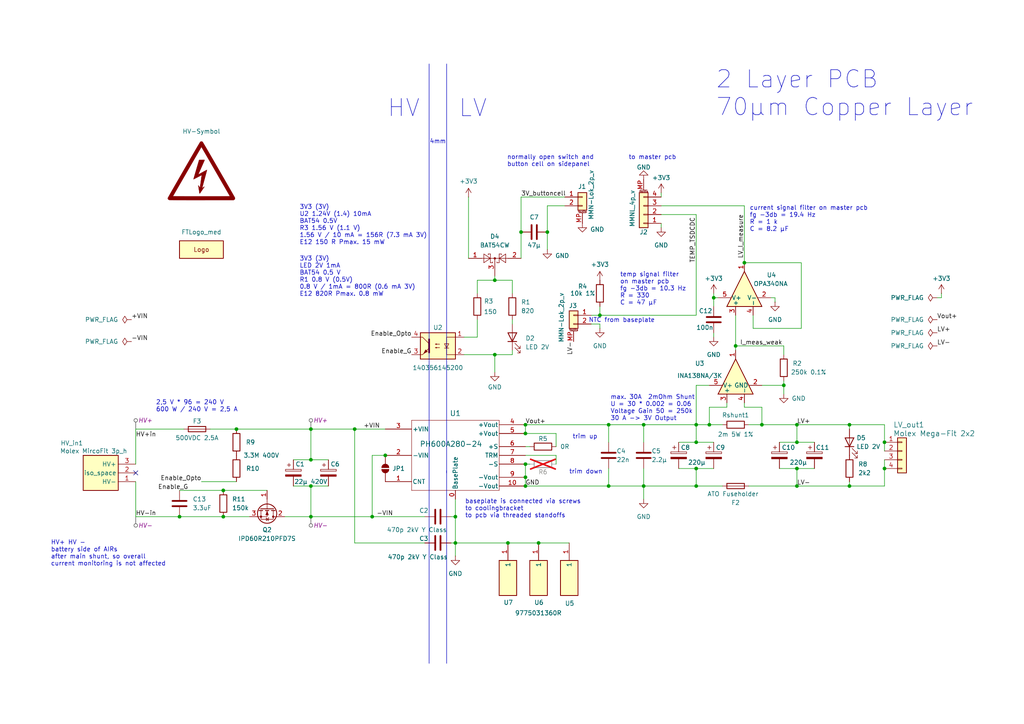
<source format=kicad_sch>
(kicad_sch (version 20250114) (generator "eeschema") (generator_version "9.0")
  (paper "A4")
  (title_block (title "TS-DCDC") (date "2024-12-12") (rev "0.5"))
  (lib_symbols
    (symbol "2024-11-18_21-41-11:PH600A280-24" (pin_names (offset 0.254))
      (property "Reference" "U1" (at 20.32 7.112 0))
      (property "Value" "PH600A280-24" (at 19.05 -1.778 0))
      (symbol "PH600A280-24_1_1"
        (pin power_in line (at 0 2.54 0) (length 7.62) (name "+VIN") (number "3"))
        (pin power_in line (at 0 -5.08 0) (length 7.62) (name "-VIN") (number "2"))
        (pin input line (at 0 -12.7 0) (length 7.62) (name "CNT") (number "1"))
        (pin passive line (at 20.32 -17.78 90) (length 2.54) (name "BasePlate") (number "0"))
        (pin power_out line (at 40.64 3.81 180) (length 7.62) (name "+Vout") (number "4"))
        (pin passive line (at 40.64 1.27 180) (length 7.62) (name "+Vout") (number "5"))
        (pin input line (at 40.64 -2.54 180) (length 7.62) (name "+S") (number "6"))
        (pin input line (at 40.64 -5.08 180) (length 7.62) (name "TRM") (number "7"))
        (pin input line (at 40.64 -7.62 180) (length 7.62) (name "-S") (number "8"))
        (pin passive line (at 40.64 -11.43 180) (length 7.62) (name "-Vout") (number "9"))
        (pin power_out line (at 40.64 -13.97 180) (length 7.62) (name "-Vout") (number "10"))
      )
    )
    (symbol "43650-0317:43650-0317"
      (property "Reference" "HV_in1" (at 18.542 -11.938 0))
      (property "Value" "Molex MircoFit 3p_h" (at 11.43 -9.398 0))
      (symbol "43650-0317_1_1"
        (pin power_out line (at 0 0 0) (length 5.08) (name "HV+") (number "3"))
        (pin passive line (at 0 -2.54 0) (length 5.08) (name "iso_space") (number "2"))
        (pin power_out line (at 0 -5.08 0) (length 5.08) (name "HV-") (number "1"))
      )
    )
    (symbol "9775031360R:9775031360R"
      (property "Reference" "U" (at 16.51 7.62 0))
      (property "Value" "9775031360R" (at 16.51 5.08 0))
      (symbol "9775031360R_1_1"
        (pin passive line (at 0 0 0) (length 5.08) (name "1") (number "1"))
      )
    )
    (symbol "Amplifier_Current:INA138" (pin_names (offset 0.127))
      (property "Reference" "U" (at 3.81 5.08 0))
      (property "Value" "INA138" (at 3.81 2.54 0))
      (symbol "INA138_1_1"
        (pin input line (at -7.62 2.54 0) (length 2.54) (name "+") (number "3"))
        (pin input line (at -7.62 -2.54 0) (length 2.54) (name "-") (number "4"))
        (pin power_in line (at -2.54 7.62 270) (length 3.81) (name "V+") (number "5"))
        (pin power_in line (at -2.54 -7.62 90) (length 3.81) (name "GND") (number "2"))
        (pin output line (at 7.62 0 180) (length 2.54) (name "~") (number "1"))
      )
    )
    (symbol "Amplifier_Operational:OPA340NA" (pin_names (offset 0.127))
      (property "Reference" "U" (at -1.27 6.35 0))
      (property "Value" "OPA340NA" (at -1.27 3.81 0))
      (symbol "OPA340NA_0_1"
        (pin power_in line (at -2.54 7.62 270) (length 3.81) (name "V+") (number "5"))
        (pin power_in line (at -2.54 -7.62 90) (length 3.81) (name "V-") (number "2"))
      )
      (symbol "OPA340NA_1_1"
        (pin input line (at -7.62 2.54 0) (length 2.54) (name "+") (number "3"))
        (pin input line (at -7.62 -2.54 0) (length 2.54) (name "-") (number "4"))
        (pin output line (at 7.62 0 180) (length 2.54) (name "~") (number "1"))
      )
    )
    (symbol "Conn_01x04_1" (pin_names (offset 1.016) (hide yes))
      (property "Reference" "LV_out1" (at -2.54 7.62 0))
      (property "Value" "Molex Mega-Fit 2x2" (at -2.54 5.08 0))
      (symbol "Conn_01x04_1_1_1"
        (pin power_in line (at -5.08 2.54 0) (length 3.81) (name "Pin_1") (number "1"))
        (pin power_in line (at -5.08 0 0) (length 3.81) (name "Pin_2") (number "2"))
        (pin power_in line (at -5.08 -2.54 0) (length 3.81) (name "Pin_3") (number "3"))
        (pin power_in line (at -5.08 -5.08 0) (length 3.81) (name "Pin_4") (number "4"))
      )
    )
    (symbol "Connector_Generic_MountingPin:Conn_01x02_MountingPin" (pin_names (offset 1.016) (hide yes))
      (property "Reference" "J" (at 0 2.54 0))
      (property "Value" "Conn_01x02_MountingPin" (at 1.27 -5.08 0))
      (symbol "Conn_01x02_MountingPin_1_1"
        (text "Mounting" (at 0 -4.191 0) (effects (font (size 0.381 0.381))))
        (pin passive line (at -5.08 0 0) (length 3.81) (name "Pin_1") (number "1"))
        (pin passive line (at -5.08 -2.54 0) (length 3.81) (name "Pin_2") (number "2"))
        (pin passive line (at 0 -7.62 90) (length 3.048) (name "MountPin") (number "MP"))
      )
    )
    (symbol "Connector_Generic_MountingPin:Conn_01x04_MountingPin" (pin_names (offset 1.016) (hide yes))
      (property "Reference" "J" (at 0 5.08 0))
      (property "Value" "Conn_01x04_MountingPin" (at 1.27 -7.62 0))
      (symbol "Conn_01x04_MountingPin_1_1"
        (text "Mounting" (at 0 -6.731 0) (effects (font (size 0.381 0.381))))
        (pin passive line (at -5.08 2.54 0) (length 3.81) (name "Pin_1") (number "1"))
        (pin passive line (at -5.08 0 0) (length 3.81) (name "Pin_2") (number "2"))
        (pin passive line (at -5.08 -2.54 0) (length 3.81) (name "Pin_3") (number "3"))
        (pin passive line (at -5.08 -5.08 0) (length 3.81) (name "Pin_4") (number "4"))
        (pin passive line (at 0 -10.16 90) (length 3.048) (name "MountPin") (number "MP"))
      )
    )
    (symbol "Device:C" (pin_numbers (hide yes)) (pin_names (offset 0.254))
      (property "Reference" "C" (at 0.635 2.54 0))
      (property "Value" "C" (at 0.635 -2.54 0))
      (symbol "C_1_1"
        (pin passive line (at 0 3.81 270) (length 2.794) (name "~") (number "1"))
        (pin passive line (at 0 -3.81 90) (length 2.794) (name "~") (number "2"))
      )
    )
    (symbol "Device:C_Polarized" (pin_numbers (hide yes)) (pin_names (offset 0.254))
      (property "Reference" "C" (at 0.635 2.54 0))
      (property "Value" "C_Polarized" (at 0.635 -2.54 0))
      (symbol "C_Polarized_1_1"
        (pin passive line (at 0 3.81 270) (length 2.794) (name "~") (number "1"))
        (pin passive line (at 0 -3.81 90) (length 2.794) (name "~") (number "2"))
      )
    )
    (symbol "Device:Fuse" (pin_numbers (hide yes)) (pin_names (offset 0))
      (property "Reference" "F" (at 2.032 0 90))
      (property "Value" "Fuse" (at -1.905 0 90))
      (symbol "Fuse_1_1"
        (pin passive line (at 0 3.81 270) (length 1.27) (name "~") (number "1"))
        (pin passive line (at 0 -3.81 90) (length 1.27) (name "~") (number "2"))
      )
    )
    (symbol "Device:LED" (pin_numbers (hide yes)) (pin_names (offset 1.016) (hide yes))
      (property "Reference" "D" (at 0 2.54 0))
      (property "Value" "LED" (at 0 -2.54 0))
      (symbol "LED_1_1"
        (pin passive line (at -3.81 0 0) (length 2.54) (name "K") (number "1"))
        (pin passive line (at 3.81 0 180) (length 2.54) (name "A") (number "2"))
      )
    )
    (symbol "Device:R" (pin_numbers (hide yes)) (pin_names (offset 0))
      (property "Reference" "R" (at 2.032 0 90))
      (property "Value" "R" (at 0 0 90))
      (symbol "R_1_1"
        (pin passive line (at 0 3.81 270) (length 1.27) (name "~") (number "1"))
        (pin passive line (at 0 -3.81 90) (length 1.27) (name "~") (number "2"))
      )
    )
    (symbol "Diode:BAT54CW" (pin_names (offset 1.016))
      (property "Reference" "D" (at 0.635 -3.81 0))
      (property "Value" "BAT54CW" (at -6.35 3.175 0))
      (symbol "BAT54CW_1_1"
        (pin passive line (at -7.62 0 0) (length 3.81) (name "~") (number "1"))
        (pin passive line (at 0 -5.08 90) (length 5.08) (name "~") (number "3"))
        (pin passive line (at 7.62 0 180) (length 3.81) (name "~") (number "2"))
      )
    )
    (symbol "FaSTTUBe_logos:FTLogo_med"
      (property "Value" "FTLogo_med" (at 0 -3.81 0))
      (symbol "FTLogo_med_0_0"
        (text "Logo" (at 0 0 0) (effects (font (size 1.27 1.27))))
      )
    )
    (symbol "FaSTTUBe_logos:HV-Symbol" (pin_names (offset 1.016))
      (property "Value" "HV-Symbol" (at 0 -10.16 0))
    )
    (symbol "Fuse_1" (pin_numbers (hide yes)) (pin_names (offset 0))
      (property "Reference" "F2" (at 4.826 0 90))
      (property "Value" "ATO Fuseholder" (at 2.286 0.762 90))
      (symbol "Fuse_1_1_1"
        (pin passive line (at 0 3.81 270) (length 1.27) (name "~") (number "1"))
        (pin passive line (at 0 -3.81 90) (length 1.27) (name "~") (number "2"))
      )
    )
    (symbol "Jumper:SolderJumper_2_Open" (pin_numbers (hide yes)) (pin_names (offset 0) (hide yes)) (exclude_from_sim yes) (in_bom no)
      (property "Reference" "JP" (at 0 2.032 0))
      (property "Value" "SolderJumper_2_Open" (at 0 -2.54 0))
      (symbol "SolderJumper_2_Open_1_1"
        (pin passive line (at -3.81 0 0) (length 2.54) (name "A") (number "1"))
        (pin passive line (at 3.81 0 180) (length 2.54) (name "B") (number "2"))
      )
    )
    (symbol "Relay_SolidState:34.81-7048"
      (property "Reference" "U2" (at 0 5.334 0))
      (property "Value" "140356145200" (at 0 -6.35 0))
      (symbol "34.81-7048_1_1"
        (pin passive line (at -7.62 2.54 0) (length 2.54) (name "") (number "1"))
        (pin passive line (at -7.62 -2.54 0) (length 2.54) (name "~") (number "2"))
        (pin passive line (at 7.62 2.54 180) (length 2.54) (name "~") (number "4"))
        (pin passive line (at 7.62 -2.54 180) (length 2.54) (name "~") (number "3"))
      )
    )
    (symbol "Transistor_FET:IPD50R380CE" (pin_names (hide yes))
      (property "Reference" "Q" (at 5.08 1.905 0))
      (property "Value" "IPD50R380CE" (at 5.08 0 0))
      (symbol "IPD50R380CE_1_1"
        (pin input line (at -5.08 0 0) (length 2.54) (name "G") (number "1"))
        (pin passive line (at 2.54 5.08 270) (length 2.54) (name "D") (number "2"))
        (pin passive line (at 2.54 -5.08 90) (length 2.54) (name "S") (number "3"))
      )
    )
    (symbol "power:+3V3" (power) (pin_numbers (hide yes)) (pin_names (offset 0) (hide yes))
      (property "Value" "+3V3" (at 0 3.556 0))
      (symbol "+3V3_1_1"
        (pin power_in line (at 0 0 90) (length 0) (name "~") (number "1"))
      )
    )
    (symbol "power:GND" (power) (pin_numbers (hide yes)) (pin_names (offset 0) (hide yes))
      (property "Value" "GND" (at 0 -3.81 0))
      (symbol "GND_1_1"
        (pin power_in line (at 0 0 270) (length 0) (name "~") (number "1"))
      )
    )
    (symbol "power:PWR_FLAG" (power) (pin_numbers (hide yes)) (pin_names (offset 0) (hide yes))
      (property "Value" "PWR_FLAG" (at 0 3.81 0))
      (symbol "PWR_FLAG_0_0"
        (pin power_out line (at 0 0 90) (length 0) (name "~") (number "1"))
      )
    )
  )
  (text "trim down" (at 169.926 136.906 0) (effects (font (size 1.27 1.27))))
  (text "3V3 (3V)\nU2 1.24V (1.4) 10mA\nBAT54 0.5V\nR3 1.56 V (1.1 V)\n1.56 V / 10 mA = 156R (7.3 mA 3V)\nE12 150 R Pmax. 15 mW\n" (at 86.868 65.278 0) (effects (font (size 1.27 1.27)) (justify left)))
  (text "max. 30A  2mOhm Shunt \nU = 30 * 0.002 = 0.06\nVoltage Gain 50 = 250k\n30 A -> 3V Output\n" (at 177.038 118.364 0) (effects (font (size 1.27 1.27)) (justify left)))
  (text "trim up" (at 169.672 126.746 0) (effects (font (size 1.27 1.27))))
  (text "2,5 V * 96 = 240 V\n600 W / 240 V = 2,5 A\n" (at 45.212 117.856 0) (effects (font (size 1.27 1.27)) (justify left)))
  (text "current signal filter on master pcb\nfg -3db = 19.4 Hz\nR = 1 k\nC = 8.2 µF\n" (at 217.424 63.5 0) (effects (font (size 1.27 1.27)) (justify left)))
  (text "LV" (at 137.16 31.496 0) (effects (font (size 5 5))))
  (text "4mm" (at 127 41.148 0) (effects (font (size 1.27 1.27))))
  (text "normally open switch and\nbutton cell on sidepanel\n " (at 147.066 44.958 0) (effects (font (size 1.27 1.27)) (justify left top)))
  (text "NTC from baseplate" (at 180.34 92.964 0) (effects (font (size 1.27 1.27))))
  (text "HV" (at 117.094 31.496 0) (effects (font (size 5 5))))
  (text "3V3 (3V)\nLED 2V 1mA\nBAT54 0.5 V \nR1 0.8 V (0.5V)\n0.8 V / 1mA = 800R (0.6 mA 3V)\nE12 820R Pmax. 0.8 mW" (at 86.868 80.264 0) (effects (font (size 1.27 1.27)) (justify left)))
  (text "HV+ HV -\nbattery side of AIRs\nafter main shunt, so overall \ncurrent monitoring is not affected" (at 14.732 160.528 0) (effects (font (size 1.27 1.27)) (justify left)))
  (text "to master pcb" (at 189.23 45.72 0) (effects (font (size 1.27 1.27))))
  (text "baseplate is connected via screws \nto coolingbracket\nto pcb via threaded standoffs\n" (at 134.874 147.574 0) (effects (font (size 1.27 1.27)) (justify left)))
  (text "temp signal filter \non master pcb\nfg -3db = 10.3 Hz\nR = 330\nC = 47 µF" (at 179.832 83.82 0) (effects (font (size 1.27 1.27)) (justify left)))
  (text "2 Layer PCB \n70µm Copper Layer\n" (at 207.518 27.178 0) (effects (font (size 5 5)) (justify left)))
  (junction (at 152.4 134.62))
  (junction (at 186.69 123.19))
  (junction (at 207.01 86.36))
  (junction (at 102.87 124.46))
  (junction (at 68.58 124.46))
  (junction (at 64.77 149.86))
  (junction (at 143.51 81.28))
  (junction (at 201.93 128.27))
  (junction (at 107.95 149.86))
  (junction (at 213.36 100.33))
  (junction (at 231.14 123.19))
  (junction (at 176.53 123.19))
  (junction (at 151.13 67.31))
  (junction (at 152.4 138.43))
  (junction (at 147.32 157.48))
  (junction (at 201.93 135.89))
  (junction (at 152.4 123.19))
  (junction (at 246.38 123.19))
  (junction (at 132.08 157.48))
  (junction (at 152.4 140.97))
  (junction (at 205.74 123.19))
  (junction (at 201.93 123.19))
  (junction (at 176.53 140.97))
  (junction (at 231.14 128.27))
  (junction (at 231.14 135.89))
  (junction (at 173.99 91.44))
  (junction (at 158.75 67.31))
  (junction (at 156.21 157.48))
  (junction (at 90.17 149.86))
  (junction (at 152.4 125.73))
  (junction (at 201.93 140.97))
  (junction (at 220.98 123.19))
  (junction (at 90.17 124.46))
  (junction (at 132.08 149.86))
  (junction (at 256.54 128.27))
  (junction (at 111.76 132.08))
  (junction (at 52.07 149.86))
  (junction (at 64.77 142.24))
  (junction (at 186.69 140.97))
  (junction (at 90.17 140.97))
  (junction (at 215.9 76.2))
  (junction (at 246.38 140.97))
  (junction (at 256.54 135.89))
  (junction (at 227.33 111.76))
  (junction (at 143.51 102.87))
  (junction (at 231.14 140.97))
  (junction (at 90.17 133.35))
  (no_connect (at 39.37 137.16))
  (wire (pts (xy 231.14 135.89) (xy 231.14 140.97)))
  (wire (pts (xy 132.08 144.78) (xy 132.08 149.86)))
  (wire (pts (xy 231.14 128.27) (xy 236.22 128.27)))
  (wire (pts (xy 39.37 139.7) (xy 39.37 149.86)))
  (wire (pts (xy 176.53 123.19) (xy 176.53 128.27)))
  (wire (pts (xy 176.53 135.89) (xy 176.53 140.97)))
  (wire (pts (xy 158.75 59.69) (xy 158.75 67.31)))
  (wire (pts (xy 148.59 102.87) (xy 148.59 101.6)))
  (wire (pts (xy 201.93 123.19) (xy 205.74 123.19)))
  (wire (pts (xy 107.95 132.08) (xy 107.95 149.86)))
  (wire (pts (xy 152.4 134.62) (xy 153.67 134.62)))
  (wire (pts (xy 226.06 128.27) (xy 231.14 128.27)))
  (wire (pts (xy 52.07 142.24) (xy 64.77 142.24)))
  (wire (pts (xy 107.95 132.08) (xy 111.76 132.08)))
  (wire (pts (xy 201.93 111.76) (xy 205.74 111.76)))
  (wire (pts (xy 143.51 81.28) (xy 143.51 80.01)))
  (wire (pts (xy 273.05 86.36) (xy 271.78 86.36)))
  (wire (pts (xy 151.13 57.15) (xy 163.83 57.15)))
  (wire (pts (xy 132.08 149.86) (xy 130.81 149.86)))
  (wire (pts (xy 201.93 62.23) (xy 201.93 91.44)))
  (wire (pts (xy 152.4 132.08) (xy 161.29 132.08)))
  (wire (pts (xy 173.99 93.98) (xy 171.45 93.98)))
  (wire (pts (xy 138.43 81.28) (xy 138.43 85.09)))
  (wire (pts (xy 132.08 157.48) (xy 147.32 157.48)))
  (wire (pts (xy 60.96 124.46) (xy 68.58 124.46)))
  (wire (pts (xy 90.17 133.35) (xy 95.25 133.35)))
  (wire (pts (xy 205.74 123.19) (xy 209.55 123.19)))
  (wire (pts (xy 102.87 124.46) (xy 111.76 124.46)))
  (wire (pts (xy 134.62 97.79) (xy 138.43 97.79)))
  (wire (pts (xy 207.01 96.52) (xy 207.01 97.79)))
  (wire (pts (xy 201.93 111.76) (xy 201.93 123.19)))
  (wire (pts (xy 210.82 116.84) (xy 210.82 118.11)))
  (wire (pts (xy 210.82 118.11) (xy 205.74 118.11)))
  (wire (pts (xy 135.89 57.15) (xy 135.89 74.93)))
  (wire (pts (xy 218.44 95.25) (xy 232.41 95.25)))
  (wire (pts (xy 161.29 134.62) (xy 161.29 132.08)))
  (wire (pts (xy 227.33 111.76) (xy 227.33 114.3)))
  (wire (pts (xy 152.4 123.19) (xy 176.53 123.19)))
  (polyline (pts (xy 124.46 18.542) (xy 124.46 192.405)))
  (wire (pts (xy 208.28 86.36) (xy 207.01 86.36)))
  (wire (pts (xy 191.77 66.04) (xy 191.77 64.77)))
  (wire (pts (xy 151.13 57.15) (xy 151.13 67.31)))
  (wire (pts (xy 152.4 138.43) (xy 152.4 134.62)))
  (wire (pts (xy 39.37 149.86) (xy 52.07 149.86)))
  (wire (pts (xy 68.58 124.46) (xy 90.17 124.46)))
  (wire (pts (xy 217.17 140.97) (xy 231.14 140.97)))
  (wire (pts (xy 102.87 157.48) (xy 123.19 157.48)))
  (wire (pts (xy 143.51 81.28) (xy 148.59 81.28)))
  (wire (pts (xy 143.51 102.87) (xy 148.59 102.87)))
  (wire (pts (xy 220.98 118.11) (xy 220.98 123.19)))
  (wire (pts (xy 58.42 139.7) (xy 68.58 139.7)))
  (wire (pts (xy 224.79 87.63) (xy 224.79 86.36)))
  (wire (pts (xy 186.69 123.19) (xy 201.93 123.19)))
  (wire (pts (xy 152.4 129.54) (xy 153.67 129.54)))
  (wire (pts (xy 85.09 133.35) (xy 90.17 133.35)))
  (wire (pts (xy 213.36 91.44) (xy 213.36 100.33)))
  (wire (pts (xy 186.69 140.97) (xy 201.93 140.97)))
  (wire (pts (xy 173.99 88.9) (xy 173.99 91.44)))
  (wire (pts (xy 107.95 149.86) (xy 123.19 149.86)))
  (wire (pts (xy 213.36 100.33) (xy 227.33 100.33)))
  (wire (pts (xy 173.99 91.44) (xy 201.93 91.44)))
  (wire (pts (xy 186.69 123.19) (xy 186.69 128.27)))
  (wire (pts (xy 186.69 140.97) (xy 186.69 144.78)))
  (wire (pts (xy 220.98 111.76) (xy 227.33 111.76)))
  (wire (pts (xy 201.93 128.27) (xy 207.01 128.27)))
  (wire (pts (xy 186.69 135.89) (xy 186.69 140.97)))
  (wire (pts (xy 201.93 135.89) (xy 201.93 140.97)))
  (wire (pts (xy 158.75 67.31) (xy 158.75 72.39)))
  (wire (pts (xy 220.98 118.11) (xy 215.9 118.11)))
  (wire (pts (xy 226.06 135.89) (xy 231.14 135.89)))
  (wire (pts (xy 90.17 124.46) (xy 90.17 133.35)))
  (wire (pts (xy 39.37 124.46) (xy 53.34 124.46)))
  (polyline (pts (xy 129.54 136.525) (xy 129.54 192.405)))
  (wire (pts (xy 90.17 140.97) (xy 95.25 140.97)))
  (wire (pts (xy 152.4 123.19) (xy 152.4 125.73)))
  (wire (pts (xy 90.17 124.46) (xy 102.87 124.46)))
  (wire (pts (xy 191.77 57.15) (xy 191.77 55.88)))
  (wire (pts (xy 232.41 76.2) (xy 215.9 76.2)))
  (wire (pts (xy 201.93 140.97) (xy 209.55 140.97)))
  (wire (pts (xy 161.29 125.73) (xy 152.4 125.73)))
  (wire (pts (xy 205.74 118.11) (xy 205.74 123.19)))
  (wire (pts (xy 147.32 157.48) (xy 156.21 157.48)))
  (wire (pts (xy 138.43 81.28) (xy 143.51 81.28)))
  (wire (pts (xy 196.85 128.27) (xy 201.93 128.27)))
  (wire (pts (xy 196.85 135.89) (xy 201.93 135.89)))
  (wire (pts (xy 232.41 95.25) (xy 232.41 76.2)))
  (wire (pts (xy 90.17 140.97) (xy 85.09 140.97)))
  (wire (pts (xy 163.83 59.69) (xy 158.75 59.69)))
  (wire (pts (xy 246.38 124.46) (xy 246.38 123.19)))
  (wire (pts (xy 176.53 123.19) (xy 186.69 123.19)))
  (wire (pts (xy 213.36 100.33) (xy 213.36 101.6)))
  (wire (pts (xy 224.79 86.36) (xy 223.52 86.36)))
  (wire (pts (xy 173.99 91.44) (xy 171.45 91.44)))
  (wire (pts (xy 231.14 135.89) (xy 236.22 135.89)))
  (wire (pts (xy 217.17 123.19) (xy 220.98 123.19)))
  (wire (pts (xy 215.9 59.69) (xy 215.9 76.2)))
  (wire (pts (xy 231.14 140.97) (xy 246.38 140.97)))
  (wire (pts (xy 152.4 140.97) (xy 176.53 140.97)))
  (wire (pts (xy 231.14 123.19) (xy 231.14 128.27)))
  (wire (pts (xy 201.93 135.89) (xy 207.01 135.89)))
  (wire (pts (xy 191.77 59.69) (xy 215.9 59.69)))
  (polyline (pts (xy 129.54 18.542) (xy 129.54 137.16)))
  (wire (pts (xy 82.55 149.86) (xy 90.17 149.86)))
  (wire (pts (xy 152.4 140.97) (xy 152.4 138.43)))
  (wire (pts (xy 143.51 102.87) (xy 143.51 107.95)))
  (wire (pts (xy 256.54 128.27) (xy 256.54 130.81)))
  (wire (pts (xy 256.54 133.35) (xy 256.54 135.89)))
  (wire (pts (xy 246.38 123.19) (xy 256.54 123.19)))
  (wire (pts (xy 176.53 140.97) (xy 186.69 140.97)))
  (wire (pts (xy 148.59 92.71) (xy 148.59 93.98)))
  (wire (pts (xy 173.99 93.98) (xy 173.99 95.25)))
  (wire (pts (xy 215.9 118.11) (xy 215.9 116.84)))
  (wire (pts (xy 138.43 92.71) (xy 138.43 97.79)))
  (wire (pts (xy 256.54 135.89) (xy 256.54 140.97)))
  (wire (pts (xy 64.77 142.24) (xy 77.47 142.24)))
  (wire (pts (xy 151.13 67.31) (xy 151.13 74.93)))
  (wire (pts (xy 246.38 140.97) (xy 256.54 140.97)))
  (wire (pts (xy 148.59 81.28) (xy 148.59 85.09)))
  (wire (pts (xy 161.29 129.54) (xy 161.29 125.73)))
  (wire (pts (xy 246.38 139.7) (xy 246.38 140.97)))
  (wire (pts (xy 132.08 157.48) (xy 130.81 157.48)))
  (wire (pts (xy 132.08 161.29) (xy 132.08 157.48)))
  (wire (pts (xy 102.87 124.46) (xy 102.87 157.48)))
  (wire (pts (xy 273.05 85.09) (xy 273.05 86.36)))
  (wire (pts (xy 165.1 157.48) (xy 156.21 157.48)))
  (wire (pts (xy 227.33 100.33) (xy 227.33 102.87)))
  (wire (pts (xy 220.98 123.19) (xy 231.14 123.19)))
  (wire (pts (xy 207.01 86.36) (xy 207.01 85.09)))
  (wire (pts (xy 90.17 149.86) (xy 107.95 149.86)))
  (wire (pts (xy 132.08 149.86) (xy 132.08 157.48)))
  (wire (pts (xy 39.37 124.46) (xy 39.37 134.62)))
  (wire (pts (xy 256.54 123.19) (xy 256.54 128.27)))
  (wire (pts (xy 207.01 86.36) (xy 207.01 88.9)))
  (wire (pts (xy 227.33 110.49) (xy 227.33 111.76)))
  (wire (pts (xy 143.51 102.87) (xy 134.62 102.87)))
  (wire (pts (xy 52.07 149.86) (xy 64.77 149.86)))
  (wire (pts (xy 231.14 123.19) (xy 246.38 123.19)))
  (wire (pts (xy 201.93 62.23) (xy 191.77 62.23)))
  (wire (pts (xy 218.44 95.25) (xy 218.44 91.44)))
  (wire (pts (xy 90.17 149.86) (xy 90.17 140.97)))
  (wire (pts (xy 64.77 149.86) (xy 72.39 149.86)))
  (wire (pts (xy 201.93 123.19) (xy 201.93 128.27)))
  (label "LV+" (at 231.14 123.19 0))
  (label "+VIN" (at 38.1 92.71 0))
  (label "LV-" (at 231.14 140.97 0))
  (label "GND" (at 152.4 140.97 0))
  (label "TEMP_TSDCDC" (at 201.93 76.2 90))
  (label "LV-" (at 271.78 100.33 0))
  (label "Vout+" (at 271.78 92.71 0))
  (label "-VIN" (at 38.1 99.06 0))
  (label "-VIN" (at 109.22 149.86 0))
  (label "LV_I_measure" (at 215.9 74.93 90))
  (label "HV+in" (at 39.37 127 0))
  (label "I_meas_weak" (at 214.63 100.33 0))
  (label "3V_buttoncell" (at 151.13 57.15 0))
  (label "LV-" (at 166.37 99.06 270))
  (label "Enable_G" (at 54.61 142.24 180))
  (label "HV-in" (at 39.37 149.86 0))
  (label "Enable_Opto" (at 58.42 139.7 180))
  (label "Vout+" (at 152.4 123.19 0))
  (label "Enable_G" (at 119.38 102.87 180))
  (label "Enable_Opto" (at 119.38 97.79 180))
  (label "+VIN" (at 105.41 124.46 0))
  (label "LV+" (at 271.78 96.52 0))
  (netclass_flag "" (length 2.54) (shape round) (at 39.37 124.46 0) (property "Netclass" "HV+" (at 40.0685 121.92 0) (effects (font (italic yes)) (justify left))))
  (netclass_flag "" (length 2.54) (shape round) (at 39.37 149.86 180) (property "Netclass" "HV-" (at 40.0685 152.4 0) (effects (font (italic yes)) (justify left))))
  (netclass_flag "" (length 2.54) (shape round) (at 90.17 124.46 0) (property "Netclass" "HV+" (at 90.8685 121.92 0) (effects (font (italic yes)) (justify left))))
  (netclass_flag "" (length 2.54) (shape round) (at 90.17 149.86 180) (property "Netclass" "HV-" (at 90.8685 152.4 0) (effects (font (italic yes)) (justify left))))
  (symbol (lib_id "9775031360R:9775031360R") (at 165.1 157.48 270) (unit 1)
    (property "Reference" "U5" (at 163.83 175.006 90) (effects (justify left)))
    (property "Value" "9775031360R" (effects (hide yes)))
    (property "Footprint" "9775031360R" (effects (hide yes)))
    (property "Datasheet" "https://www.we-online.com/components/products/datasheet/9775031360R.pdf" (effects (hide yes)))
    (property "Description" "Round Standoff Threaded M3 Steel 0.039\" (1.00mm)" (effects (hide yes)))
    (property "Height" "4.2" (effects (hide yes)))
    (property "Mouser Part Number" "710-9775031360R" (effects (hide yes)))
    (property "Mouser Price/Stock" "https://www.mouser.co.uk/ProductDetail/Wurth-Elektronik/9775031360R?qs=lBTPRtX1sU%252BooRt%2F6rjYpA%3D%3D" (effects (hide yes)))
    (property "Manufacturer_Name" "Wurth Elektronik" (effects (hide yes)))
    (property "Manufacturer_Part_Number" "9775031360R" (effects (hide yes)))
  )
  (symbol (lib_id "Device:LED") (at 148.59 97.79 90) (unit 1)
    (property "Reference" "D2" (at 152.4 98.1074 90) (effects (justify right)))
    (property "Value" "LED 2V" (at 152.4 100.6474 90) (effects (justify right)))
    (property "Footprint" "LED_SMD:LED_0603_1608Metric" (effects (hide yes)))
    (property "Description" "Light emitting diode" (effects (hide yes)))
  )
  (symbol (lib_id "Device:C_Polarized") (at 196.85 132.08 0) (unit 1)
    (property "Reference" "C8" (at 200.152 129.794 0) (effects (justify right)))
    (property "Value" "220µ" (at 204.724 134.112 0) (effects (justify right)))
    (property "Footprint" "Capacitor_THT:CP_Radial_D10.0mm_P5.00mm" (effects (hide yes)))
    (property "Datasheet" "https://mou.sr/3E8B9GR" (effects (hide yes)))
    (property "Description" "Polarized capacitor" (effects (hide yes)))
  )
  (symbol (lib_id "Device:C") (at 176.53 132.08 0) (unit 1)
    (property "Reference" "C4" (at 178.816 130.81 0) (effects (justify left)))
    (property "Value" "22n" (at 178.816 133.35 0) (effects (justify left)))
    (property "Footprint" "Capacitor_SMD:C_1206_3216Metric" (effects (hide yes)))
    (property "Description" "Unpolarized capacitor" (effects (hide yes)))
  )
  (symbol (lib_id "Device:R") (at 246.38 135.89 0) (unit 1)
    (property "Reference" "R8" (at 248.92 134.6199 0) (effects (justify left)))
    (property "Value" "2k2" (at 248.92 137.1599 0) (effects (justify left)))
    (property "Footprint" "Resistor_SMD:R_0603_1608Metric" (effects (hide yes)))
    (property "Description" "Resistor" (effects (hide yes)))
  )
  (symbol (lib_id "Connector_Generic_MountingPin:Conn_01x04_MountingPin") (at 186.69 62.23 180) (unit 1)
    (property "Reference" "J2" (at 186.69 67.31 0))
    (property "Value" "MMNL_4p_v" (at 183.388 60.452 90))
    (property "Footprint" "FaSTTUBe_connectors:Micro_Mate-N-Lok_4p_vertical" (effects (hide yes)))
    (property "Description" "Generic connectable mounting pin connector, single row, 01x04, script generated (kicad-library-utils/schlib/autogen/connector/)" (effects (hide yes)))
  )
  (symbol (lib_id "power:GND") (at 186.69 144.78 0) (unit 1)
    (property "Reference" "#PWR01" (effects (hide yes)))
    (property "Value" "GND" (at 186.69 149.86 0))
    (property "Description" "Power symbol creates a global label with name \"GND\" , ground" (effects (hide yes)))
  )
  (symbol (lib_id "Device:R") (at 157.48 129.54 90) (unit 1)
    (property "Reference" "R5" (at 157.48 127.254 90))
    (property "Value" "0R" (at 163.83 129.54 90))
    (property "Footprint" "Resistor_SMD:R_0603_1608Metric" (effects (hide yes)))
    (property "Description" "Resistor" (effects (hide yes)))
  )
  (symbol (lib_id "power:PWR_FLAG") (at 38.1 92.71 90) (unit 1)
    (property "Reference" "#FLG02" (effects (hide yes)))
    (property "Value" "PWR_FLAG" (at 34.29 92.7099 90) (effects (justify left)))
    (property "Description" "Special symbol for telling ERC where power comes from" (effects (hide yes)))
  )
  (symbol (lib_id "power:+3V3") (at 191.77 55.88 0) (mirror y) (unit 1)
    (property "Reference" "#PWR05" (effects (hide yes)))
    (property "Value" "+3V3" (at 191.77 51.562 0))
    (property "Description" "Power symbol creates a global label with name \"+3V3\"" (effects (hide yes)))
  )
  (symbol (lib_id "Amplifier_Operational:OPA340NA") (at 215.9 83.82 90) (unit 1)
    (property "Reference" "U4" (at 223.774 79.756 90))
    (property "Value" "OPA340NA" (at 223.52 82.296 90))
    (property "Footprint" "Package_TO_SOT_SMD:SOT-23-5" (effects (hide yes)))
    (property "Datasheet" "http://www.ti.com/lit/ds/symlink/opa340.pdf" (effects (hide yes)))
    (property "Description" "Single Single-Supply, Rail-to-Rail Operational Amplifier, MicroAmplifier Series, SOT-23-5" (effects (hide yes)))
  )
  (symbol (lib_id "Jumper:SolderJumper_2_Open") (at 111.76 135.89 90) (unit 1) (exclude_from_sim yes) (in_bom no)
    (property "Reference" "JP1" (at 113.792 135.89 90) (effects (justify right)))
    (property "Value" "SolderJumper_2_Open" (effects (hide yes)))
    (property "Footprint" "Jumper:SolderJumper-2_P1.3mm_Open_RoundedPad1.0x1.5mm" (effects (hide yes)))
    (property "Description" "Solder Jumper, 2-pole, open" (effects (hide yes)))
  )
  (symbol (lib_id "Device:C_Polarized") (at 226.06 132.08 0) (unit 1)
    (property "Reference" "C10" (at 230.632 129.794 0) (effects (justify right)))
    (property "Value" "220µ" (at 234.188 134.112 0) (effects (justify right)))
    (property "Footprint" "Capacitor_THT:CP_Radial_D10.0mm_P5.00mm" (effects (hide yes)))
    (property "Datasheet" "https://mou.sr/3E8B9GR" (effects (hide yes)))
    (property "Description" "Polarized capacitor" (effects (hide yes)))
  )
  (symbol (lib_id "Device:LED") (at 246.38 128.27 90) (unit 1)
    (property "Reference" "D5" (at 248.412 127 90) (effects (justify right)))
    (property "Value" "LED 2V" (at 248.412 129.54 90) (effects (justify right)))
    (property "Footprint" "LED_SMD:LED_0603_1608Metric" (effects (hide yes)))
    (property "Description" "Light emitting diode" (effects (hide yes)))
  )
  (symbol (lib_id "Device:C_Polarized") (at 85.09 137.16 0) (unit 1)
    (property "Reference" "C1" (at 88.392 134.62 0) (effects (justify right)))
    (property "Value" "22µ 420V" (at 94.996 139.7 0) (effects (justify right)))
    (property "Footprint" "Capacitor_THT:CP_Radial_D12.5mm_P5.00mm" (effects (hide yes)))
    (property "Datasheet" "https://www.mouser.de/ProductDetail/Chemi-Con/EKXN451ELL220MK16S?qs=eP2BKZSCXI45cEkx%2FZPDFw%3D%3D" (effects (hide yes)))
    (property "Description" "Polarized capacitor" (effects (hide yes)))
  )
  (symbol (lib_id "Device:C") (at 127 149.86 90) (unit 1)
    (property "Reference" "C2" (at 122.936 148.082 90))
    (property "Value" "470p 2kV Y Class" (at 120.904 153.67 90))
    (property "Footprint" "footprints:VY1471M29Y5UC63V0" (effects (hide yes)))
    (property "Datasheet" "https://www.vishay.com/docs/28537/vy1series.pdf" (effects (hide yes)))
    (property "Description" "Unpolarized capacitor" (effects (hide yes)))
  )
  (symbol (lib_id "power:PWR_FLAG") (at 271.78 100.33 90) (unit 1)
    (property "Reference" "#FLG05" (effects (hide yes)))
    (property "Value" "PWR_FLAG" (at 267.97 100.3299 90) (effects (justify left)))
    (property "Description" "Special symbol for telling ERC where power comes from" (effects (hide yes)))
  )
  (symbol (lib_id "Device:C_Polarized") (at 207.01 132.08 0) (unit 1)
    (property "Reference" "C9" (at 210.312 129.794 0) (effects (justify right)))
    (property "Value" "220µ" (effects (hide yes)))
    (property "Footprint" "Capacitor_THT:CP_Radial_D10.0mm_P5.00mm" (effects (hide yes)))
    (property "Datasheet" "https://mou.sr/3E8B9GR" (effects (hide yes)))
    (property "Description" "Polarized capacitor" (effects (hide yes)))
  )
  (symbol (lib_id "9775031360R:9775031360R") (at 156.21 157.48 270) (unit 1)
    (property "Reference" "U6" (at 154.94 174.752 90) (effects (justify left)))
    (property "Value" "9775031360R" (at 149.352 177.8 90) (effects (justify left)))
    (property "Footprint" "9775031360R" (effects (hide yes)))
    (property "Datasheet" "https://www.we-online.com/components/products/datasheet/9775031360R.pdf" (effects (hide yes)))
    (property "Description" "Round Standoff Threaded M3 Steel 0.039\" (1.00mm)" (effects (hide yes)))
    (property "Height" "4.2" (effects (hide yes)))
    (property "Mouser Part Number" "710-9775031360R" (effects (hide yes)))
    (property "Mouser Price/Stock" "https://www.mouser.co.uk/ProductDetail/Wurth-Elektronik/9775031360R?qs=lBTPRtX1sU%252BooRt%2F6rjYpA%3D%3D" (effects (hide yes)))
    (property "Manufacturer_Name" "Wurth Elektronik" (effects (hide yes)))
    (property "Manufacturer_Part_Number" "9775031360R" (effects (hide yes)))
  )
  (symbol (lib_id "Device:R") (at 148.59 88.9 0) (unit 1)
    (property "Reference" "R1" (at 151.13 87.6299 0) (effects (justify left)))
    (property "Value" "820" (at 151.13 90.1699 0) (effects (justify left)))
    (property "Footprint" "Resistor_SMD:R_0603_1608Metric" (effects (hide yes)))
    (property "Description" "Resistor" (effects (hide yes)))
  )
  (symbol (lib_id "power:GND") (at 207.01 97.79 0) (unit 1)
    (property "Reference" "#PWR013" (effects (hide yes)))
    (property "Value" "GND" (at 207.01 102.87 0))
    (property "Description" "Power symbol creates a global label with name \"GND\" , ground" (effects (hide yes)))
  )
  (symbol (lib_id "2024-11-18_21-41-11:PH600A280-24") (at 111.76 127 0) (unit 1)
    (property "Reference" "U1" (at 132.08 119.888 0) (effects (font (size 1.524 1.524))))
    (property "Value" "PH600A280-24" (at 130.81 128.778 0) (effects (font (size 1.524 1.524))))
    (property "Footprint" "footprints:PH300A_thru_PH600A_TDK" (effects (hide yes)))
    (property "Datasheet" "https://product.tdk.com/system/files/dam/doc/product/power/switching-power/dc-dc-converter/catalog/ph-a280_e.pdf" (effects (hide yes)))
  )
  (symbol (lib_id "power:PWR_FLAG") (at 271.78 86.36 90) (unit 1)
    (property "Reference" "#FLG01" (effects (hide yes)))
    (property "Value" "PWR_FLAG" (at 267.97 86.36 90) (effects (justify left)))
    (property "Description" "Special symbol for telling ERC where power comes from" (effects (hide yes)))
  )
  (symbol (lib_id "Device:C") (at 154.94 67.31 90) (unit 1)
    (property "Reference" "C7" (at 154.94 62.992 90))
    (property "Value" "47µ" (at 154.94 71.12 90))
    (property "Footprint" "Capacitor_SMD:C_1210_3225Metric" (effects (hide yes)))
    (property "Description" "Unpolarized capacitor" (effects (hide yes)))
  )
  (symbol (lib_id "power:+3V3") (at 173.99 81.28 0) (mirror y) (unit 1)
    (property "Reference" "#PWR08" (effects (hide yes)))
    (property "Value" "+3V3" (at 173.99 76.708 0))
    (property "Description" "Power symbol creates a global label with name \"+3V3\"" (effects (hide yes)))
  )
  (symbol (lib_id "FaSTTUBe_logos:HV-Symbol") (at 58.42 49.53 0) (unit 1)
    (property "Reference" "#Logo2" (effects (hide yes)))
    (property "Value" "HV-Symbol" (at 58.4225 38.1 0))
    (property "Footprint" "FaSTTUBe_logos:HV-Warning" (effects (hide yes)))
  )
  (symbol (lib_id "Device:C_Polarized") (at 95.25 137.16 0) (unit 1)
    (property "Reference" "C6" (at 98.552 134.62 0) (effects (justify right)))
    (property "Value" "22µ 420V" (effects (hide yes)))
    (property "Footprint" "Capacitor_THT:CP_Radial_D12.5mm_P5.00mm" (effects (hide yes)))
    (property "Datasheet" "https://www.mouser.de/ProductDetail/Chemi-Con/EKXN451ELL220MK16S?qs=eP2BKZSCXI45cEkx%2FZPDFw%3D%3D" (effects (hide yes)))
    (property "Description" "Polarized capacitor" (effects (hide yes)))
  )
  (symbol (lib_id "power:GND") (at 227.33 114.3 0) (unit 1)
    (property "Reference" "#PWR02" (effects (hide yes)))
    (property "Value" "GND" (at 231.648 115.57 0))
    (property "Description" "Power symbol creates a global label with name \"GND\" , ground" (effects (hide yes)))
  )
  (symbol (lib_id "Device:C") (at 52.07 146.05 0) (unit 1)
    (property "Reference" "C13" (at 55.88 144.7799 0) (effects (justify left)))
    (property "Value" "3.3uF" (at 55.88 147.3199 0) (effects (justify left)))
    (property "Footprint" "Capacitor_SMD:C_0603_1608Metric" (effects (hide yes)))
    (property "Description" "Unpolarized capacitor" (effects (hide yes)))
  )
  (symbol (lib_id "Device:C_Polarized") (at 236.22 132.08 0) (unit 1)
    (property "Reference" "C11" (at 240.538 129.794 0) (effects (justify right)))
    (property "Value" "220µ" (effects (hide yes)))
    (property "Footprint" "Capacitor_THT:CP_Radial_D10.0mm_P5.00mm" (effects (hide yes)))
    (property "Datasheet" "https://mou.sr/3E8B9GR" (effects (hide yes)))
    (property "Description" "Polarized capacitor" (effects (hide yes)))
  )
  (symbol (lib_id "Device:R") (at 64.77 146.05 0) (unit 1)
    (property "Reference" "R11" (at 67.31 144.7799 0) (effects (justify left)))
    (property "Value" "150k" (at 67.31 147.3199 0) (effects (justify left)))
    (property "Footprint" "Resistor_SMD:R_0603_1608Metric" (effects (hide yes)))
    (property "Description" "Resistor" (effects (hide yes)))
  )
  (symbol (lib_id "power:GND") (at 132.08 161.29 0) (unit 1)
    (property "Reference" "#PWR010" (effects (hide yes)))
    (property "Value" "GND" (at 132.08 166.37 0))
    (property "Description" "Power symbol creates a global label with name \"GND\" , ground" (effects (hide yes)))
  )
  (symbol (lib_id "Relay_SolidState:34.81-7048") (at 127 100.33 0) (mirror y) (unit 1)
    (property "Reference" "U2" (at 127 94.996 0))
    (property "Value" "140356145200" (at 127 106.68 0))
    (property "Footprint" "footprints:SOP254P700X210-4N" (effects (hide yes)))
    (property "Datasheet" "https://www.we-online.com/components/products/datasheet/140356145200.pdf" (effects (hide yes)))
    (property "Description" "Ultra-Slim Solid-State Relay, 0.1A, 48V DC output switching" (effects (hide yes)))
  )
  (symbol (lib_id "Device:R") (at 68.58 135.89 180) (unit 1)
    (property "Reference" "R10" (at 71.374 135.89 0) (effects (justify right)))
    (property "Value" "3.3M 400V" (effects (hide yes)))
    (property "Footprint" "Resistor_SMD:R_1206_3216Metric" (effects (hide yes)))
    (property "Description" "Resistor" (effects (hide yes)))
  )
  (symbol (lib_id "Device:R") (at 68.58 128.27 180) (unit 1)
    (property "Reference" "R9" (at 72.644 128.27 0))
    (property "Value" "3.3M 400V" (at 70.612 132.08 0) (effects (justify right)))
    (property "Footprint" "Resistor_SMD:R_1206_3216Metric" (effects (hide yes)))
    (property "Description" "Resistor" (effects (hide yes)))
  )
  (symbol (lib_name "Conn_01x04_1") (lib_id "Connector_Generic:Conn_01x04") (at 261.62 130.81 0) (unit 1)
    (property "Reference" "LV_out1" (at 259.08 123.19 0) (effects (font (size 1.524 1.524)) (justify left)))
    (property "Value" "Molex Mega-Fit 2x2" (at 259.08 125.73 0) (effects (font (size 1.524 1.524)) (justify left)))
    (property "Footprint" "footprints:CONN_SD-76825-0100_04_MOL" (effects (hide yes)))
    (property "Datasheet" "https://www.molex.com/en-us/products/part-detail/768250004" (effects (hide yes)))
    (property "Description" "Generic connector, single row, 01x04, script generated (kicad-library-utils/schlib/autogen/connector/)" (effects (hide yes)))
  )
  (symbol (lib_id "Device:Fuse") (at 57.15 124.46 90) (mirror x) (unit 1)
    (property "Reference" "F3" (at 57.15 122.174 90))
    (property "Value" "500VDC 2.5A" (at 57.15 127 90))
    (property "Footprint" "footprints:0ACG5000TE" (effects (hide yes)))
    (property "Datasheet" "https://www.mouser.de/ProductDetail/Bel-Fuse/0ACG-2500-TE?qs=stqOd1AaK79slGARTZO0fA%3D%3D" (effects (hide yes)))
    (property "Description" "Fuse" (effects (hide yes)))
  )
  (symbol (lib_id "power:+3V3") (at 135.89 57.15 0) (unit 1)
    (property "Reference" "#PWR09" (effects (hide yes)))
    (property "Value" "+3V3" (at 135.89 52.578 0))
    (property "Description" "Power symbol creates a global label with name \"+3V3\"" (effects (hide yes)))
  )
  (symbol (lib_id "power:PWR_FLAG") (at 38.1 99.06 90) (unit 1)
    (property "Reference" "#FLG03" (effects (hide yes)))
    (property "Value" "PWR_FLAG" (at 34.29 99.0599 90) (effects (justify left)))
    (property "Description" "Special symbol for telling ERC where power comes from" (effects (hide yes)))
  )
  (symbol (lib_id "9775031360R:9775031360R") (at 147.32 157.48 270) (unit 1)
    (property "Reference" "U7" (at 146.05 174.752 90) (effects (justify left)))
    (property "Value" "9775031360R" (effects (hide yes)))
    (property "Footprint" "9775031360R" (effects (hide yes)))
    (property "Datasheet" "https://www.we-online.com/components/products/datasheet/9775031360R.pdf" (effects (hide yes)))
    (property "Description" "Round Standoff Threaded M3 Steel 0.039\" (1.00mm)" (effects (hide yes)))
    (property "Height" "4.2" (effects (hide yes)))
    (property "Mouser Part Number" "710-9775031360R" (effects (hide yes)))
    (property "Mouser Price/Stock" "https://www.mouser.co.uk/ProductDetail/Wurth-Elektronik/9775031360R?qs=lBTPRtX1sU%252BooRt%2F6rjYpA%3D%3D" (effects (hide yes)))
    (property "Manufacturer_Name" "Wurth Elektronik" (effects (hide yes)))
    (property "Manufacturer_Part_Number" "9775031360R" (effects (hide yes)))
  )
  (symbol (lib_id "power:GND") (at 173.99 95.25 0) (unit 1)
    (property "Reference" "#PWR06" (effects (hide yes)))
    (property "Value" "GND" (at 173.99 100.33 0))
    (property "Description" "Power symbol creates a global label with name \"GND\" , ground" (effects (hide yes)))
  )
  (symbol (lib_id "Device:R") (at 173.99 85.09 0) (unit 1)
    (property "Reference" "R4" (at 167.64 83.058 0) (effects (justify left)))
    (property "Value" "10k 1%" (at 165.354 85.09 0) (effects (justify left)))
    (property "Footprint" "Resistor_SMD:R_0603_1608Metric" (effects (hide yes)))
    (property "Description" "Resistor" (effects (hide yes)))
  )
  (symbol (lib_id "Transistor_FET:IPD50R380CE") (at 77.47 147.32 270) (unit 1)
    (property "Reference" "Q2" (at 77.47 153.67 90))
    (property "Value" "IPD60R210PFD7S" (at 77.47 156.21 90))
    (property "Footprint" "Package_TO_SOT_SMD:TO-252-2" (effects (hide yes)))
    (property "Datasheet" "https://www.mouser.de/datasheet/2/196/Infineon_IPD60R210PFD7S_DataSheet_v02_00_EN-1840644.pdf" (effects (hide yes)))
  )
  (symbol (lib_id "Device:R") (at 157.48 134.62 90) (unit 1) (dnp yes)
    (property "Reference" "R6" (at 157.48 136.906 90))
    (property "Value" "R" (effects (hide yes)))
    (property "Footprint" "Resistor_SMD:R_0603_1608Metric" (effects (hide yes)))
    (property "Description" "Resistor" (effects (hide yes)))
  )
  (symbol (lib_name "Fuse_1") (lib_id "Device:Fuse") (at 213.36 140.97 90) (mirror x) (unit 1)
    (property "Reference" "F2" (at 213.36 145.796 90))
    (property "Value" "ATO Fuseholder" (at 212.598 143.256 90))
    (property "Footprint" "footprints:01000066Z" (effects (hide yes)))
    (property "Datasheet" "https://www.littelfuse.com/assetdocs/littelfuse_fuseclip_100_datasheet.pdf?assetguid=9960882e-3537-4a71-b411-c6d6ebc326a9" (effects (hide yes)))
    (property "Description" "Fuse" (effects (hide yes)))
  )
  (symbol (lib_id "Device:R") (at 213.36 123.19 90) (unit 1)
    (property "Reference" "Rshunt1" (at 213.36 120.396 90))
    (property "Value" "2m 5W 1%" (at 213.36 125.984 90))
    (property "Footprint" "Resistor_SMD:R_2512_6332Metric" (effects (hide yes)))
    (property "Datasheet" "https://www.mouser.de/datasheet/2/54/css2h_2512-1862180.pdf" (effects (hide yes)))
    (property "Description" "Resistor" (effects (hide yes)))
  )
  (symbol (lib_id "power:+3V3") (at 273.05 85.09 0) (mirror y) (unit 1)
    (property "Reference" "#PWR014" (effects (hide yes)))
    (property "Value" "+3V3" (at 273.05 80.772 0))
    (property "Description" "Power symbol creates a global label with name \"+3V3\"" (effects (hide yes)))
  )
  (symbol (lib_id "Diode:BAT54CW") (at 143.51 74.93 0) (unit 1)
    (property "Reference" "D4" (at 143.51 68.58 0))
    (property "Value" "BAT54CW" (at 143.51 71.12 0))
    (property "Footprint" "Package_TO_SOT_SMD:SOT-323_SC-70" (effects (hide yes)))
    (property "Datasheet" "https://assets.nexperia.com/documents/data-sheet/BAT54W_SER.pdf" (effects (hide yes)))
    (property "Description" "Dual schottky barrier diode, common cathode, SOT-323" (effects (hide yes)))
  )
  (symbol (lib_id "Device:C") (at 207.01 92.71 0) (unit 1)
    (property "Reference" "C12" (at 202.692 90.17 0) (effects (justify left)))
    (property "Value" "100n" (at 201.93 94.996 0) (effects (justify left)))
    (property "Footprint" "Capacitor_SMD:C_0603_1608Metric" (effects (hide yes)))
    (property "Description" "Unpolarized capacitor" (effects (hide yes)))
  )
  (symbol (lib_id "Device:C") (at 127 157.48 270) (unit 1)
    (property "Reference" "C3" (at 122.936 156.21 90))
    (property "Value" "470p 2kV Y Class" (at 121.158 161.544 90))
    (property "Footprint" "footprints:VY1471M29Y5UC63V0" (effects (hide yes)))
    (property "Datasheet" "https://www.vishay.com/docs/28537/vy1series.pdf" (effects (hide yes)))
    (property "Description" "Unpolarized capacitor" (effects (hide yes)))
  )
  (symbol (lib_id "Device:R") (at 227.33 106.68 0) (unit 1)
    (property "Reference" "R2" (at 229.87 105.4099 0) (effects (justify left)))
    (property "Value" "250k 0.1%" (at 229.362 107.95 0) (effects (justify left)))
    (property "Footprint" "Resistor_SMD:R_0805_2012Metric" (effects (hide yes)))
    (property "Datasheet" "https://www.mouser.de/datasheet/2/385/SEI_RNCF-3077647.pdf" (effects (hide yes)))
    (property "Description" "Resistor" (effects (hide yes)))
  )
  (symbol (lib_id "FaSTTUBe_logos:FTLogo_med") (at 58.42 72.39 0) (unit 1)
    (property "Reference" "#Logo1" (effects (hide yes)))
    (property "Value" "FTLogo_med" (at 58.42 67.31 0))
    (property "Footprint" "FaSTTUBe_logos:FTLogo_medium" (effects (hide yes)))
  )
  (symbol (lib_id "power:GND") (at 168.91 64.77 0) (unit 1)
    (property "Reference" "#PWR015" (effects (hide yes)))
    (property "Value" "GND" (at 173.228 66.548 0))
    (property "Description" "Power symbol creates a global label with name \"GND\" , ground" (effects (hide yes)))
  )
  (symbol (lib_id "power:GND") (at 224.79 87.63 0) (unit 1)
    (property "Reference" "#PWR011" (effects (hide yes)))
    (property "Value" "GND" (at 224.79 92.71 0))
    (property "Description" "Power symbol creates a global label with name \"GND\" , ground" (effects (hide yes)))
  )
  (symbol (lib_id "power:+3V3") (at 207.01 85.09 0) (mirror y) (unit 1)
    (property "Reference" "#PWR012" (effects (hide yes)))
    (property "Value" "+3V3" (at 207.01 80.772 0))
    (property "Description" "Power symbol creates a global label with name \"+3V3\"" (effects (hide yes)))
  )
  (symbol (lib_id "Connector_Generic_MountingPin:Conn_01x02_MountingPin") (at 166.37 91.44 0) (mirror y) (unit 1)
    (property "Reference" "J3" (at 167.386 88.646 0) (effects (justify left)))
    (property "Value" "MMN-Lok_2p_v" (at 162.814 99.314 90) (effects (justify left)))
    (property "Footprint" "FaSTTUBe_connectors:Micro_Mate-N-Lok_2p_vertical" (effects (hide yes)))
    (property "Description" "Generic connectable mounting pin connector, single row, 01x02, script generated (kicad-library-utils/schlib/autogen/connector/)" (effects (hide yes)))
  )
  (symbol (lib_id "Device:R") (at 138.43 88.9 0) (unit 1)
    (property "Reference" "R3" (at 141.732 87.376 0))
    (property "Value" "150" (at 142.24 90.424 0))
    (property "Footprint" "Resistor_SMD:R_0603_1608Metric" (effects (hide yes)))
    (property "Description" "Resistor" (effects (hide yes)))
  )
  (symbol (lib_id "power:PWR_FLAG") (at 271.78 92.71 90) (unit 1)
    (property "Reference" "#FLG06" (effects (hide yes)))
    (property "Value" "PWR_FLAG" (at 267.97 92.7099 90) (effects (justify left)))
    (property "Description" "Special symbol for telling ERC where power comes from" (effects (hide yes)))
  )
  (symbol (lib_id "power:GND") (at 143.51 107.95 0) (unit 1)
    (property "Reference" "#PWR07" (effects (hide yes)))
    (property "Value" "GND" (at 143.51 112.268 0))
    (property "Description" "Power symbol creates a global label with name \"GND\" , ground" (effects (hide yes)))
  )
  (symbol (lib_id "43650-0317:43650-0317") (at 39.37 134.62 0) (mirror y) (unit 1)
    (property "Reference" "HV_in1" (at 20.828 128.524 0))
    (property "Value" "Molex MircoFit 3p_h" (at 27.178 130.81 0))
    (property "Footprint" "Connector_Molex:Molex_Micro-Fit_3.0_43650-0310_1x03-1MP_P3.00mm_Horizontal_PnP" (effects (hide yes)))
    (property "Datasheet" "https://www.molex.com/en-us/products/part-detail/436500310?display=pdf" (effects (hide yes)))
    (property "Description" "Micro-Fit 3.0 Vertical Header, 3.00mm Pitch, Single Row, 3 Circuits, with PCB Polarizing Peg, Glow-Wire Capable, Black" (effects (hide yes)))
    (property "Height" "9.9" (effects (hide yes)))
    (property "Mouser Part Number" "538-43650-0317" (effects (hide yes)))
    (property "Mouser Price/Stock" "https://www.mouser.co.uk/ProductDetail/Molex/43650-0317?qs=Nb99Pa9xYq%2Fi%252B%2FVbiejqUg%3D%3D" (effects (hide yes)))
    (property "Manufacturer_Name" "Molex" (effects (hide yes)))
    (property "Manufacturer_Part_Number" "43650-0317" (effects (hide yes)))
  )
  (symbol (lib_id "power:GND") (at 158.75 72.39 0) (unit 1)
    (property "Reference" "#PWR04" (effects (hide yes)))
    (property "Value" "GND" (at 163.068 74.168 0))
    (property "Description" "Power symbol creates a global label with name \"GND\" , ground" (effects (hide yes)))
  )
  (symbol (lib_id "power:PWR_FLAG") (at 271.78 96.52 90) (unit 1)
    (property "Reference" "#FLG04" (effects (hide yes)))
    (property "Value" "PWR_FLAG" (at 267.97 96.5199 90) (effects (justify left)))
    (property "Description" "Special symbol for telling ERC where power comes from" (effects (hide yes)))
  )
  (symbol (lib_id "Amplifier_Current:INA138") (at 213.36 109.22 90) (unit 1)
    (property "Reference" "U3" (at 202.946 105.41 90))
    (property "Value" "INA138NA/3K" (at 202.946 108.966 90))
    (property "Footprint" "Package_TO_SOT_SMD:SOT-23-5" (effects (hide yes)))
    (property "Datasheet" "https://www.ti.com/lit/ds/symlink/ina138.pdf?ts=1734802735399&ref_url=https%253A%252F%252Fwww.mouser.de%252F" (effects (hide yes)))
    (property "Description" "High-Side Measurement Current Shunt Monitor, 36V, SOT-23-5" (effects (hide yes)))
  )
  (symbol (lib_id "power:GND") (at 186.69 52.07 180) (unit 1)
    (property "Reference" "#PWR016" (effects (hide yes)))
    (property "Value" "GND" (at 186.69 48.514 0))
    (property "Description" "Power symbol creates a global label with name \"GND\" , ground" (effects (hide yes)))
  )
  (symbol (lib_id "Connector_Generic_MountingPin:Conn_01x02_MountingPin") (at 168.91 57.15 0) (unit 1)
    (property "Reference" "J1" (at 167.64 54.102 0) (effects (justify left)))
    (property "Value" "MMN-Lok_2p_v" (at 171.45 63.754 90) (effects (justify left)))
    (property "Footprint" "FaSTTUBe_connectors:Micro_Mate-N-Lok_2p_vertical" (effects (hide yes)))
    (property "Description" "Generic connectable mounting pin connector, single row, 01x02, script generated (kicad-library-utils/schlib/autogen/connector/)" (effects (hide yes)))
  )
  (symbol (lib_id "Device:C") (at 186.69 132.08 0) (unit 1)
    (property "Reference" "C5" (at 188.976 130.81 0) (effects (justify left)))
    (property "Value" "2.2µ" (at 188.976 133.35 0) (effects (justify left)))
    (property "Footprint" "Capacitor_SMD:C_0603_1608Metric" (effects (hide yes)))
    (property "Description" "Unpolarized capacitor" (effects (hide yes)))
  )
  (symbol (lib_id "power:GND") (at 191.77 66.04 0) (mirror y) (unit 1)
    (property "Reference" "#PWR03" (effects (hide yes)))
    (property "Value" "GND" (at 191.77 71.12 0))
    (property "Description" "Power symbol creates a global label with name \"GND\" , ground" (effects (hide yes)))
  )
)
</source>
